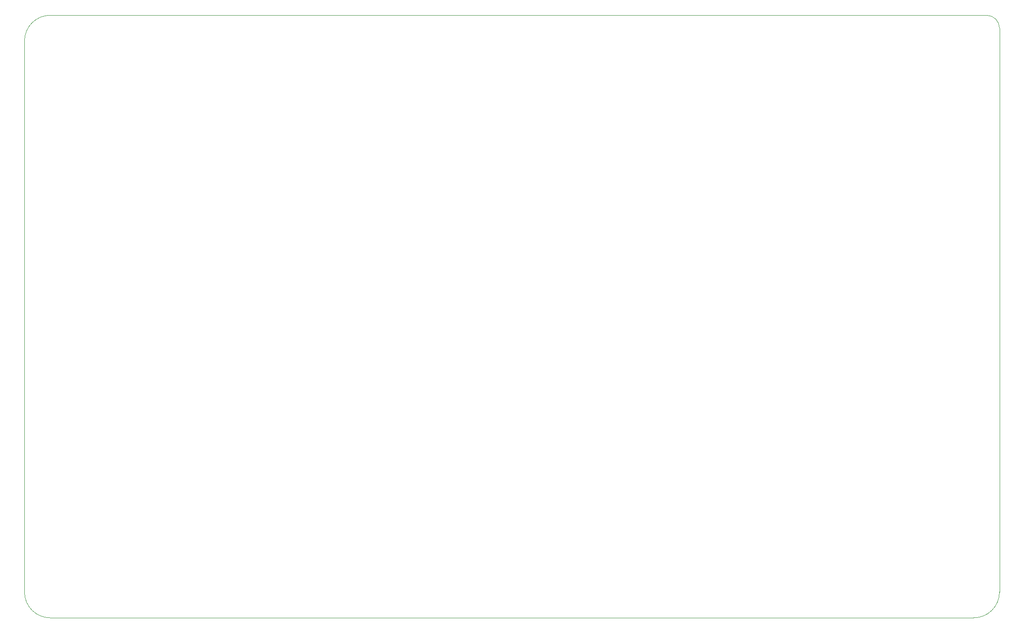
<source format=gbr>
%TF.GenerationSoftware,KiCad,Pcbnew,9.0.3*%
%TF.CreationDate,2025-09-16T13:25:35-04:00*%
%TF.ProjectId,CAEN_NEVIS_DAQ_3p3V,4341454e-5f4e-4455-9649-535f4441515f,rev?*%
%TF.SameCoordinates,Original*%
%TF.FileFunction,Profile,NP*%
%FSLAX46Y46*%
G04 Gerber Fmt 4.6, Leading zero omitted, Abs format (unit mm)*
G04 Created by KiCad (PCBNEW 9.0.3) date 2025-09-16 13:25:35*
%MOMM*%
%LPD*%
G01*
G04 APERTURE LIST*
%TA.AperFunction,Profile*%
%ADD10C,0.050000*%
%TD*%
G04 APERTURE END LIST*
D10*
X47500000Y-135000000D02*
X47500000Y-27500000D01*
X235000000Y-22500000D02*
G75*
G02*
X237500000Y-25000000I0J-2500000D01*
G01*
X52500000Y-22500000D02*
X235000000Y-22500000D01*
X237500000Y-135000000D02*
G75*
G02*
X232500000Y-140000000I-5000000J0D01*
G01*
X232500000Y-140000000D02*
X52500000Y-140000000D01*
X47500000Y-27500000D02*
G75*
G02*
X52500000Y-22500000I5000000J0D01*
G01*
X52500000Y-140000000D02*
G75*
G02*
X47500000Y-135000000I0J5000000D01*
G01*
X237500000Y-25000000D02*
X237500000Y-135000000D01*
M02*

</source>
